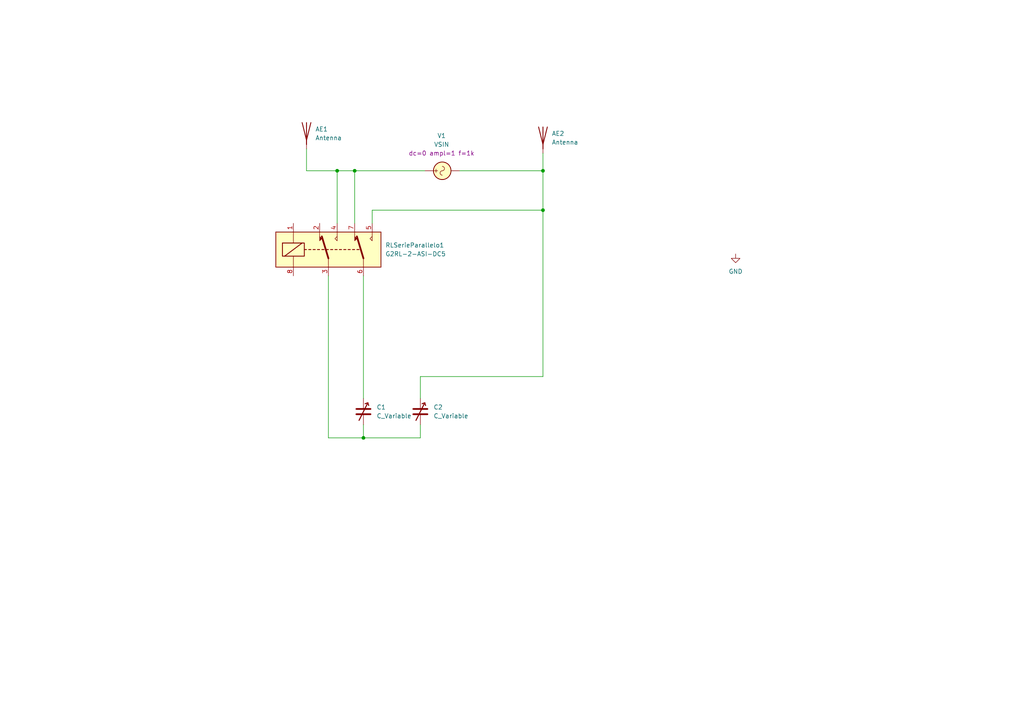
<source format=kicad_sch>
(kicad_sch (version 20211123) (generator eeschema)

  (uuid 23ecc5e9-958c-4443-928b-c80e260c313b)

  (paper "A4")

  (lib_symbols
    (symbol "Device:Antenna" (pin_numbers hide) (pin_names (offset 1.016) hide) (in_bom yes) (on_board yes)
      (property "Reference" "AE" (id 0) (at -1.905 1.905 0)
        (effects (font (size 1.27 1.27)) (justify right))
      )
      (property "Value" "Antenna" (id 1) (at -1.905 0 0)
        (effects (font (size 1.27 1.27)) (justify right))
      )
      (property "Footprint" "" (id 2) (at 0 0 0)
        (effects (font (size 1.27 1.27)) hide)
      )
      (property "Datasheet" "~" (id 3) (at 0 0 0)
        (effects (font (size 1.27 1.27)) hide)
      )
      (property "ki_keywords" "antenna" (id 4) (at 0 0 0)
        (effects (font (size 1.27 1.27)) hide)
      )
      (property "ki_description" "Antenna" (id 5) (at 0 0 0)
        (effects (font (size 1.27 1.27)) hide)
      )
      (symbol "Antenna_0_1"
        (polyline
          (pts
            (xy 0 2.54)
            (xy 0 -3.81)
          )
          (stroke (width 0.254) (type default) (color 0 0 0 0))
          (fill (type none))
        )
        (polyline
          (pts
            (xy 1.27 2.54)
            (xy 0 -2.54)
            (xy -1.27 2.54)
          )
          (stroke (width 0.254) (type default) (color 0 0 0 0))
          (fill (type none))
        )
      )
      (symbol "Antenna_1_1"
        (pin input line (at 0 -5.08 90) (length 2.54)
          (name "A" (effects (font (size 1.27 1.27))))
          (number "1" (effects (font (size 1.27 1.27))))
        )
      )
    )
    (symbol "Device:C_Variable" (pin_numbers hide) (pin_names (offset 0.254) hide) (in_bom yes) (on_board yes)
      (property "Reference" "C" (id 0) (at 0.635 -1.905 0)
        (effects (font (size 1.27 1.27)) (justify left))
      )
      (property "Value" "C_Variable" (id 1) (at 0.635 -3.81 0)
        (effects (font (size 1.27 1.27)) (justify left))
      )
      (property "Footprint" "" (id 2) (at 0 0 0)
        (effects (font (size 1.27 1.27)) hide)
      )
      (property "Datasheet" "~" (id 3) (at 0 0 0)
        (effects (font (size 1.27 1.27)) hide)
      )
      (property "ki_keywords" "trimmer capacitor" (id 4) (at 0 0 0)
        (effects (font (size 1.27 1.27)) hide)
      )
      (property "ki_description" "Variable capacitor" (id 5) (at 0 0 0)
        (effects (font (size 1.27 1.27)) hide)
      )
      (symbol "C_Variable_0_1"
        (polyline
          (pts
            (xy -2.032 -0.762)
            (xy 2.032 -0.762)
          )
          (stroke (width 0.508) (type default) (color 0 0 0 0))
          (fill (type none))
        )
        (polyline
          (pts
            (xy -2.032 0.762)
            (xy 2.032 0.762)
          )
          (stroke (width 0.508) (type default) (color 0 0 0 0))
          (fill (type none))
        )
        (polyline
          (pts
            (xy 1.27 2.54)
            (xy -1.27 -2.54)
          )
          (stroke (width 0.3048) (type default) (color 0 0 0 0))
          (fill (type none))
        )
        (polyline
          (pts
            (xy 1.27 2.54)
            (xy 0.508 2.286)
          )
          (stroke (width 0.3048) (type default) (color 0 0 0 0))
          (fill (type none))
        )
        (polyline
          (pts
            (xy 1.27 2.54)
            (xy 1.524 1.778)
          )
          (stroke (width 0.3048) (type default) (color 0 0 0 0))
          (fill (type none))
        )
      )
      (symbol "C_Variable_1_1"
        (pin passive line (at 0 3.81 270) (length 3.048)
          (name "~" (effects (font (size 1.27 1.27))))
          (number "1" (effects (font (size 1.27 1.27))))
        )
        (pin passive line (at 0 -3.81 90) (length 3.048)
          (name "~" (effects (font (size 1.27 1.27))))
          (number "2" (effects (font (size 1.27 1.27))))
        )
      )
    )
    (symbol "Relay:G2RL-2-ASI-DC5" (in_bom yes) (on_board yes)
      (property "Reference" "RL" (id 0) (at 16.51 3.81 0)
        (effects (font (size 1.27 1.27)) (justify left))
      )
      (property "Value" "G2RL-2-ASI-DC5" (id 1) (at 16.51 1.27 0)
        (effects (font (size 1.27 1.27)) (justify left))
      )
      (property "Footprint" "Relay_THT:Relay_DPDT_Omron_G2RL" (id 2) (at 16.51 -1.27 0)
        (effects (font (size 1.27 1.27)) (justify left) hide)
      )
      (property "Datasheet" "https://omronfs.omron.com/en_US/ecb/products/pdf/en-g2rl.pdf" (id 3) (at 0 0 0)
        (effects (font (size 1.27 1.27)) hide)
      )
      (property "ki_keywords" "Omron Relay Dual Pole" (id 4) (at 0 0 0)
        (effects (font (size 1.27 1.27)) hide)
      )
      (property "ki_description" "General Purpose Relay DPDT (2 Form C) Through Hole, Omron G2RL series, AgSnIn (large inrush current) contacts, 5V coil" (id 5) (at 0 0 0)
        (effects (font (size 1.27 1.27)) hide)
      )
      (property "ki_fp_filters" "Relay*DPDT*Omron*G2RL*" (id 6) (at 0 0 0)
        (effects (font (size 1.27 1.27)) hide)
      )
      (symbol "G2RL-2-ASI-DC5_0_1"
        (rectangle (start -15.24 5.08) (end 15.24 -5.08)
          (stroke (width 0.254) (type default) (color 0 0 0 0))
          (fill (type background))
        )
        (rectangle (start -13.335 1.905) (end -6.985 -1.905)
          (stroke (width 0.254) (type default) (color 0 0 0 0))
          (fill (type none))
        )
        (polyline
          (pts
            (xy -12.7 -1.905)
            (xy -7.62 1.905)
          )
          (stroke (width 0.254) (type default) (color 0 0 0 0))
          (fill (type none))
        )
        (polyline
          (pts
            (xy -10.16 -5.08)
            (xy -10.16 -1.905)
          )
          (stroke (width 0) (type default) (color 0 0 0 0))
          (fill (type none))
        )
        (polyline
          (pts
            (xy -10.16 5.08)
            (xy -10.16 1.905)
          )
          (stroke (width 0) (type default) (color 0 0 0 0))
          (fill (type none))
        )
        (polyline
          (pts
            (xy -6.985 0)
            (xy -6.35 0)
          )
          (stroke (width 0.254) (type default) (color 0 0 0 0))
          (fill (type none))
        )
        (polyline
          (pts
            (xy -5.715 0)
            (xy -5.08 0)
          )
          (stroke (width 0.254) (type default) (color 0 0 0 0))
          (fill (type none))
        )
        (polyline
          (pts
            (xy -4.445 0)
            (xy -3.81 0)
          )
          (stroke (width 0.254) (type default) (color 0 0 0 0))
          (fill (type none))
        )
        (polyline
          (pts
            (xy -3.175 0)
            (xy -2.54 0)
          )
          (stroke (width 0.254) (type default) (color 0 0 0 0))
          (fill (type none))
        )
        (polyline
          (pts
            (xy -1.905 0)
            (xy -1.27 0)
          )
          (stroke (width 0.254) (type default) (color 0 0 0 0))
          (fill (type none))
        )
        (polyline
          (pts
            (xy -0.635 0)
            (xy 0 0)
          )
          (stroke (width 0.254) (type default) (color 0 0 0 0))
          (fill (type none))
        )
        (polyline
          (pts
            (xy 0 -2.54)
            (xy -1.905 3.81)
          )
          (stroke (width 0.508) (type default) (color 0 0 0 0))
          (fill (type none))
        )
        (polyline
          (pts
            (xy 0 -2.54)
            (xy 0 -5.08)
          )
          (stroke (width 0) (type default) (color 0 0 0 0))
          (fill (type none))
        )
        (polyline
          (pts
            (xy 0.635 0)
            (xy 1.27 0)
          )
          (stroke (width 0.254) (type default) (color 0 0 0 0))
          (fill (type none))
        )
        (polyline
          (pts
            (xy 1.905 0)
            (xy 2.54 0)
          )
          (stroke (width 0.254) (type default) (color 0 0 0 0))
          (fill (type none))
        )
        (polyline
          (pts
            (xy 3.175 0)
            (xy 3.81 0)
          )
          (stroke (width 0.254) (type default) (color 0 0 0 0))
          (fill (type none))
        )
        (polyline
          (pts
            (xy 4.445 0)
            (xy 5.08 0)
          )
          (stroke (width 0.254) (type default) (color 0 0 0 0))
          (fill (type none))
        )
        (polyline
          (pts
            (xy 5.715 0)
            (xy 6.35 0)
          )
          (stroke (width 0.254) (type default) (color 0 0 0 0))
          (fill (type none))
        )
        (polyline
          (pts
            (xy 6.985 0)
            (xy 7.62 0)
          )
          (stroke (width 0.254) (type default) (color 0 0 0 0))
          (fill (type none))
        )
        (polyline
          (pts
            (xy 8.255 0)
            (xy 8.89 0)
          )
          (stroke (width 0.254) (type default) (color 0 0 0 0))
          (fill (type none))
        )
        (polyline
          (pts
            (xy 10.16 -2.54)
            (xy 8.255 3.81)
          )
          (stroke (width 0.508) (type default) (color 0 0 0 0))
          (fill (type none))
        )
        (polyline
          (pts
            (xy 10.16 -2.54)
            (xy 10.16 -5.08)
          )
          (stroke (width 0) (type default) (color 0 0 0 0))
          (fill (type none))
        )
        (polyline
          (pts
            (xy -2.54 5.08)
            (xy -2.54 2.54)
            (xy -1.905 3.175)
            (xy -2.54 3.81)
          )
          (stroke (width 0) (type default) (color 0 0 0 0))
          (fill (type outline))
        )
        (polyline
          (pts
            (xy 2.54 5.08)
            (xy 2.54 2.54)
            (xy 1.905 3.175)
            (xy 2.54 3.81)
          )
          (stroke (width 0) (type default) (color 0 0 0 0))
          (fill (type none))
        )
        (polyline
          (pts
            (xy 7.62 5.08)
            (xy 7.62 2.54)
            (xy 8.255 3.175)
            (xy 7.62 3.81)
          )
          (stroke (width 0) (type default) (color 0 0 0 0))
          (fill (type outline))
        )
        (polyline
          (pts
            (xy 12.7 5.08)
            (xy 12.7 2.54)
            (xy 12.065 3.175)
            (xy 12.7 3.81)
          )
          (stroke (width 0) (type default) (color 0 0 0 0))
          (fill (type none))
        )
      )
      (symbol "G2RL-2-ASI-DC5_1_1"
        (pin passive line (at -10.16 7.62 270) (length 2.54)
          (name "~" (effects (font (size 1.27 1.27))))
          (number "1" (effects (font (size 1.27 1.27))))
        )
        (pin passive line (at -2.54 7.62 270) (length 2.54)
          (name "~" (effects (font (size 1.27 1.27))))
          (number "2" (effects (font (size 1.27 1.27))))
        )
        (pin passive line (at 0 -7.62 90) (length 2.54)
          (name "~" (effects (font (size 1.27 1.27))))
          (number "3" (effects (font (size 1.27 1.27))))
        )
        (pin passive line (at 2.54 7.62 270) (length 2.54)
          (name "~" (effects (font (size 1.27 1.27))))
          (number "4" (effects (font (size 1.27 1.27))))
        )
        (pin passive line (at 12.7 7.62 270) (length 2.54)
          (name "~" (effects (font (size 1.27 1.27))))
          (number "5" (effects (font (size 1.27 1.27))))
        )
        (pin passive line (at 10.16 -7.62 90) (length 2.54)
          (name "~" (effects (font (size 1.27 1.27))))
          (number "6" (effects (font (size 1.27 1.27))))
        )
        (pin passive line (at 7.62 7.62 270) (length 2.54)
          (name "~" (effects (font (size 1.27 1.27))))
          (number "7" (effects (font (size 1.27 1.27))))
        )
        (pin passive line (at -10.16 -7.62 90) (length 2.54)
          (name "~" (effects (font (size 1.27 1.27))))
          (number "8" (effects (font (size 1.27 1.27))))
        )
      )
    )
    (symbol "Simulation_SPICE:VSIN" (pin_numbers hide) (pin_names (offset 0.0254)) (in_bom yes) (on_board yes)
      (property "Reference" "V" (id 0) (at 2.54 2.54 0)
        (effects (font (size 1.27 1.27)) (justify left))
      )
      (property "Value" "VSIN" (id 1) (at 2.54 0 0)
        (effects (font (size 1.27 1.27)) (justify left))
      )
      (property "Footprint" "" (id 2) (at 0 0 0)
        (effects (font (size 1.27 1.27)) hide)
      )
      (property "Datasheet" "~" (id 3) (at 0 0 0)
        (effects (font (size 1.27 1.27)) hide)
      )
      (property "Spice_Netlist_Enabled" "Y" (id 4) (at 0 0 0)
        (effects (font (size 1.27 1.27)) (justify left) hide)
      )
      (property "Spice_Primitive" "V" (id 5) (at 0 0 0)
        (effects (font (size 1.27 1.27)) (justify left) hide)
      )
      (property "Spice_Model" "sin(0 1 1k)" (id 6) (at 2.54 -2.54 0)
        (effects (font (size 1.27 1.27)) (justify left))
      )
      (property "ki_keywords" "simulation" (id 7) (at 0 0 0)
        (effects (font (size 1.27 1.27)) hide)
      )
      (property "ki_description" "Voltage source, sinusoidal" (id 8) (at 0 0 0)
        (effects (font (size 1.27 1.27)) hide)
      )
      (symbol "VSIN_0_0"
        (arc (start 0 0) (mid -0.635 0.635) (end -1.27 0)
          (stroke (width 0) (type default) (color 0 0 0 0))
          (fill (type none))
        )
        (arc (start 0 0) (mid 0.635 -0.635) (end 1.27 0)
          (stroke (width 0) (type default) (color 0 0 0 0))
          (fill (type none))
        )
        (text "+" (at 0 1.905 0)
          (effects (font (size 1.27 1.27)))
        )
      )
      (symbol "VSIN_0_1"
        (circle (center 0 0) (radius 2.54)
          (stroke (width 0.254) (type default) (color 0 0 0 0))
          (fill (type background))
        )
      )
      (symbol "VSIN_1_1"
        (pin passive line (at 0 5.08 270) (length 2.54)
          (name "~" (effects (font (size 1.27 1.27))))
          (number "1" (effects (font (size 1.27 1.27))))
        )
        (pin passive line (at 0 -5.08 90) (length 2.54)
          (name "~" (effects (font (size 1.27 1.27))))
          (number "2" (effects (font (size 1.27 1.27))))
        )
      )
    )
    (symbol "power:GND" (power) (pin_names (offset 0)) (in_bom yes) (on_board yes)
      (property "Reference" "#PWR" (id 0) (at 0 -6.35 0)
        (effects (font (size 1.27 1.27)) hide)
      )
      (property "Value" "GND" (id 1) (at 0 -3.81 0)
        (effects (font (size 1.27 1.27)))
      )
      (property "Footprint" "" (id 2) (at 0 0 0)
        (effects (font (size 1.27 1.27)) hide)
      )
      (property "Datasheet" "" (id 3) (at 0 0 0)
        (effects (font (size 1.27 1.27)) hide)
      )
      (property "ki_keywords" "power-flag" (id 4) (at 0 0 0)
        (effects (font (size 1.27 1.27)) hide)
      )
      (property "ki_description" "Power symbol creates a global label with name \"GND\" , ground" (id 5) (at 0 0 0)
        (effects (font (size 1.27 1.27)) hide)
      )
      (symbol "GND_0_1"
        (polyline
          (pts
            (xy 0 0)
            (xy 0 -1.27)
            (xy 1.27 -1.27)
            (xy 0 -2.54)
            (xy -1.27 -1.27)
            (xy 0 -1.27)
          )
          (stroke (width 0) (type default) (color 0 0 0 0))
          (fill (type none))
        )
      )
      (symbol "GND_1_1"
        (pin power_in line (at 0 0 270) (length 0) hide
          (name "GND" (effects (font (size 1.27 1.27))))
          (number "1" (effects (font (size 1.27 1.27))))
        )
      )
    )
  )

  (junction (at 102.87 49.53) (diameter 0) (color 0 0 0 0)
    (uuid 0899fbc8-6579-47fb-b92b-7db52176b58e)
  )
  (junction (at 157.48 49.53) (diameter 0) (color 0 0 0 0)
    (uuid 683ff95e-7a87-459a-9445-5804bde5228f)
  )
  (junction (at 97.79 49.53) (diameter 0) (color 0 0 0 0)
    (uuid 99bdc09b-00f5-4de6-a483-8e20558c880c)
  )
  (junction (at 105.41 127) (diameter 0) (color 0 0 0 0)
    (uuid b1315e4e-41ae-4a89-b6e8-268da74341a8)
  )
  (junction (at 157.48 60.96) (diameter 0) (color 0 0 0 0)
    (uuid dc5baeb3-8d2d-4d58-8acc-7b36640d54f0)
  )

  (wire (pts (xy 121.92 127) (xy 121.92 123.19))
    (stroke (width 0) (type default) (color 0 0 0 0))
    (uuid 06f65344-52e4-498e-9a60-8afa7adacb0d)
  )
  (wire (pts (xy 107.95 60.96) (xy 157.48 60.96))
    (stroke (width 0) (type default) (color 0 0 0 0))
    (uuid 089f7c5f-56d5-44b3-bfed-5e994f26e295)
  )
  (wire (pts (xy 105.41 123.19) (xy 105.41 127))
    (stroke (width 0) (type default) (color 0 0 0 0))
    (uuid 22dabb37-01ab-4e97-bec5-658dfc82a89e)
  )
  (wire (pts (xy 133.35 49.53) (xy 157.48 49.53))
    (stroke (width 0) (type default) (color 0 0 0 0))
    (uuid 29b0d572-ef56-41f3-b114-96123fdbd2a1)
  )
  (wire (pts (xy 121.92 109.22) (xy 121.92 115.57))
    (stroke (width 0) (type default) (color 0 0 0 0))
    (uuid 2ccd302f-a94d-43d1-a86d-c218ebd20d2e)
  )
  (wire (pts (xy 102.87 49.53) (xy 102.87 64.77))
    (stroke (width 0) (type default) (color 0 0 0 0))
    (uuid 37a49c3d-0cda-4957-9134-7e897e4c0a10)
  )
  (wire (pts (xy 157.48 60.96) (xy 157.48 109.22))
    (stroke (width 0) (type default) (color 0 0 0 0))
    (uuid 40ba9cc7-a937-4503-bba5-21d31f0c2751)
  )
  (wire (pts (xy 107.95 64.77) (xy 107.95 60.96))
    (stroke (width 0) (type default) (color 0 0 0 0))
    (uuid 48cabd72-b203-4f63-904a-e97c48fa9c74)
  )
  (wire (pts (xy 95.25 80.01) (xy 95.25 127))
    (stroke (width 0) (type default) (color 0 0 0 0))
    (uuid 612d1346-7e0b-484a-8ba5-85572f5b0b8b)
  )
  (wire (pts (xy 157.48 49.53) (xy 157.48 60.96))
    (stroke (width 0) (type default) (color 0 0 0 0))
    (uuid 67db37b3-7512-4e07-81b7-8083c6636970)
  )
  (wire (pts (xy 95.25 127) (xy 105.41 127))
    (stroke (width 0) (type default) (color 0 0 0 0))
    (uuid 8b123fa0-4c9f-467c-bd93-5c30ba5dc502)
  )
  (wire (pts (xy 105.41 127) (xy 121.92 127))
    (stroke (width 0) (type default) (color 0 0 0 0))
    (uuid 8d44d00d-e8db-4b5d-a2ff-5b88d434948c)
  )
  (wire (pts (xy 88.9 49.53) (xy 97.79 49.53))
    (stroke (width 0) (type default) (color 0 0 0 0))
    (uuid acd02426-26d2-410c-80ee-a89b387bf8c3)
  )
  (wire (pts (xy 105.41 80.01) (xy 105.41 115.57))
    (stroke (width 0) (type default) (color 0 0 0 0))
    (uuid ad8da807-d137-441a-9f0a-22d153d0cfda)
  )
  (wire (pts (xy 97.79 49.53) (xy 102.87 49.53))
    (stroke (width 0) (type default) (color 0 0 0 0))
    (uuid ae778cb9-5d33-4af1-95f5-29ac32a56744)
  )
  (wire (pts (xy 97.79 49.53) (xy 97.79 64.77))
    (stroke (width 0) (type default) (color 0 0 0 0))
    (uuid bc5e87e9-b58f-4c6b-924d-a723da700789)
  )
  (wire (pts (xy 88.9 43.18) (xy 88.9 49.53))
    (stroke (width 0) (type default) (color 0 0 0 0))
    (uuid cddb0741-ea0d-4e04-9b92-5f84736fb7e1)
  )
  (wire (pts (xy 157.48 109.22) (xy 121.92 109.22))
    (stroke (width 0) (type default) (color 0 0 0 0))
    (uuid d56886b7-a014-4f7b-869b-a378d1428f83)
  )
  (wire (pts (xy 157.48 44.45) (xy 157.48 49.53))
    (stroke (width 0) (type default) (color 0 0 0 0))
    (uuid fde142eb-ed6f-400b-a90d-0c624503c5d3)
  )
  (wire (pts (xy 102.87 49.53) (xy 123.19 49.53))
    (stroke (width 0) (type default) (color 0 0 0 0))
    (uuid fe643bec-169c-462d-b720-c67a8e0dfbc4)
  )

  (symbol (lib_id "Device:Antenna") (at 88.9 38.1 0) (unit 1)
    (in_bom yes) (on_board yes) (fields_autoplaced)
    (uuid 19534181-936f-40bd-b79b-37e8b91e7149)
    (property "Reference" "AE1" (id 0) (at 91.44 37.4649 0)
      (effects (font (size 1.27 1.27)) (justify left))
    )
    (property "Value" "Antenna" (id 1) (at 91.44 40.0049 0)
      (effects (font (size 1.27 1.27)) (justify left))
    )
    (property "Footprint" "" (id 2) (at 88.9 38.1 0)
      (effects (font (size 1.27 1.27)) hide)
    )
    (property "Datasheet" "~" (id 3) (at 88.9 38.1 0)
      (effects (font (size 1.27 1.27)) hide)
    )
    (pin "1" (uuid 61568bec-3f8c-40f2-892d-c0338eac83fa))
  )

  (symbol (lib_id "power:GND") (at 213.36 73.66 0) (unit 1)
    (in_bom yes) (on_board yes) (fields_autoplaced)
    (uuid 67ce069d-3e07-4a75-93ae-bf0cc027eb92)
    (property "Reference" "#PWR01" (id 0) (at 213.36 80.01 0)
      (effects (font (size 1.27 1.27)) hide)
    )
    (property "Value" "GND" (id 1) (at 213.36 78.74 0))
    (property "Footprint" "" (id 2) (at 213.36 73.66 0)
      (effects (font (size 1.27 1.27)) hide)
    )
    (property "Datasheet" "" (id 3) (at 213.36 73.66 0)
      (effects (font (size 1.27 1.27)) hide)
    )
    (pin "1" (uuid e4f10cb3-6d8a-403e-92a1-aab3517bdf87))
  )

  (symbol (lib_id "Simulation_SPICE:VSIN") (at 128.27 49.53 90) (unit 1)
    (in_bom yes) (on_board yes) (fields_autoplaced)
    (uuid 735ce3ea-c54d-4b0c-b51c-90b15f6ec270)
    (property "Reference" "V1" (id 0) (at 128.0802 39.37 90))
    (property "Value" "VSIN" (id 1) (at 128.0802 41.91 90))
    (property "Footprint" "" (id 2) (at 128.27 49.53 0)
      (effects (font (size 1.27 1.27)) hide)
    )
    (property "Datasheet" "~" (id 3) (at 128.27 49.53 0)
      (effects (font (size 1.27 1.27)) hide)
    )
    (property "Spice_Netlist_Enabled" "Y" (id 4) (at 128.27 49.53 0)
      (effects (font (size 1.27 1.27)) (justify left) hide)
    )
    (property "Spice_Primitive" "V" (id 5) (at 128.27 49.53 0)
      (effects (font (size 1.27 1.27)) (justify left) hide)
    )
    (property "Spice_Model" "sin(0 1 1k)" (id 6) (at 128.0802 44.45 90))
    (pin "1" (uuid 672dcd25-614a-4085-a4cf-5f209fa85927))
    (pin "2" (uuid 2e61c923-96bd-4bbd-bdbd-59261ac953f2))
  )

  (symbol (lib_id "Device:C_Variable") (at 121.92 119.38 0) (unit 1)
    (in_bom yes) (on_board yes) (fields_autoplaced)
    (uuid 769299c1-b09c-43e7-8067-3db1d7b28ab8)
    (property "Reference" "C2" (id 0) (at 125.73 118.1099 0)
      (effects (font (size 1.27 1.27)) (justify left))
    )
    (property "Value" "C_Variable" (id 1) (at 125.73 120.6499 0)
      (effects (font (size 1.27 1.27)) (justify left))
    )
    (property "Footprint" "" (id 2) (at 121.92 119.38 0)
      (effects (font (size 1.27 1.27)) hide)
    )
    (property "Datasheet" "~" (id 3) (at 121.92 119.38 0)
      (effects (font (size 1.27 1.27)) hide)
    )
    (pin "1" (uuid 1db139e5-71c4-4ac0-b546-084e7b525273))
    (pin "2" (uuid 0f3b243e-0fa0-4e3c-8511-40ed08e8c93d))
  )

  (symbol (lib_id "Device:Antenna") (at 157.48 39.37 0) (unit 1)
    (in_bom yes) (on_board yes)
    (uuid afeac4da-c23e-468c-aea1-eaf3819fad92)
    (property "Reference" "AE2" (id 0) (at 160.02 38.7349 0)
      (effects (font (size 1.27 1.27)) (justify left))
    )
    (property "Value" "Antenna" (id 1) (at 160.02 41.2749 0)
      (effects (font (size 1.27 1.27)) (justify left))
    )
    (property "Footprint" "" (id 2) (at 157.48 39.37 0)
      (effects (font (size 1.27 1.27)) hide)
    )
    (property "Datasheet" "~" (id 3) (at 157.48 39.37 0)
      (effects (font (size 1.27 1.27)) hide)
    )
    (pin "1" (uuid 577b5a50-7220-4566-81f7-69ac497bdf37))
  )

  (symbol (lib_id "Relay:G2RL-2-ASI-DC5") (at 95.25 72.39 0) (unit 1)
    (in_bom yes) (on_board yes) (fields_autoplaced)
    (uuid b8e2b44c-ae28-4d46-b53d-60ff65a0513a)
    (property "Reference" "RLSerieParallelo1" (id 0) (at 111.76 71.1199 0)
      (effects (font (size 1.27 1.27)) (justify left))
    )
    (property "Value" "G2RL-2-ASI-DC5" (id 1) (at 111.76 73.6599 0)
      (effects (font (size 1.27 1.27)) (justify left))
    )
    (property "Footprint" "Relay_THT:Relay_DPDT_Omron_G2RL" (id 2) (at 111.76 73.66 0)
      (effects (font (size 1.27 1.27)) (justify left) hide)
    )
    (property "Datasheet" "https://omronfs.omron.com/en_US/ecb/products/pdf/en-g2rl.pdf" (id 3) (at 95.25 72.39 0)
      (effects (font (size 1.27 1.27)) hide)
    )
    (pin "1" (uuid 794c83ad-ac9b-4dd0-8b46-a746dda69483))
    (pin "2" (uuid 1a4403aa-a800-4d29-9eab-6a9135965f91))
    (pin "3" (uuid 6f2f2982-8e62-43ef-9aa7-c61939c41e5d))
    (pin "4" (uuid 55dd25b0-6a64-4d1b-a0a6-a4607bb7ee5b))
    (pin "5" (uuid b4b9ffc0-05b4-4fad-afd0-2f5aa5deb9f8))
    (pin "6" (uuid a8cdde25-5603-4365-a1cc-0398a5986fe3))
    (pin "7" (uuid 65604b43-b0a0-476b-b95d-5b7051b2449a))
    (pin "8" (uuid 70743bdf-a6af-4c74-83e8-9d2b8989de26))
  )

  (symbol (lib_id "Device:C_Variable") (at 105.41 119.38 0) (unit 1)
    (in_bom yes) (on_board yes) (fields_autoplaced)
    (uuid d39de62c-774d-4ec6-b7a8-a65611db490c)
    (property "Reference" "C1" (id 0) (at 109.22 118.1099 0)
      (effects (font (size 1.27 1.27)) (justify left))
    )
    (property "Value" "C_Variable" (id 1) (at 109.22 120.6499 0)
      (effects (font (size 1.27 1.27)) (justify left))
    )
    (property "Footprint" "" (id 2) (at 105.41 119.38 0)
      (effects (font (size 1.27 1.27)) hide)
    )
    (property "Datasheet" "~" (id 3) (at 105.41 119.38 0)
      (effects (font (size 1.27 1.27)) hide)
    )
    (pin "1" (uuid c027c8bf-1a54-4c23-a200-f0a80c9bc28e))
    (pin "2" (uuid 526ef70e-5684-4d23-977c-74f10156fd25))
  )
)

</source>
